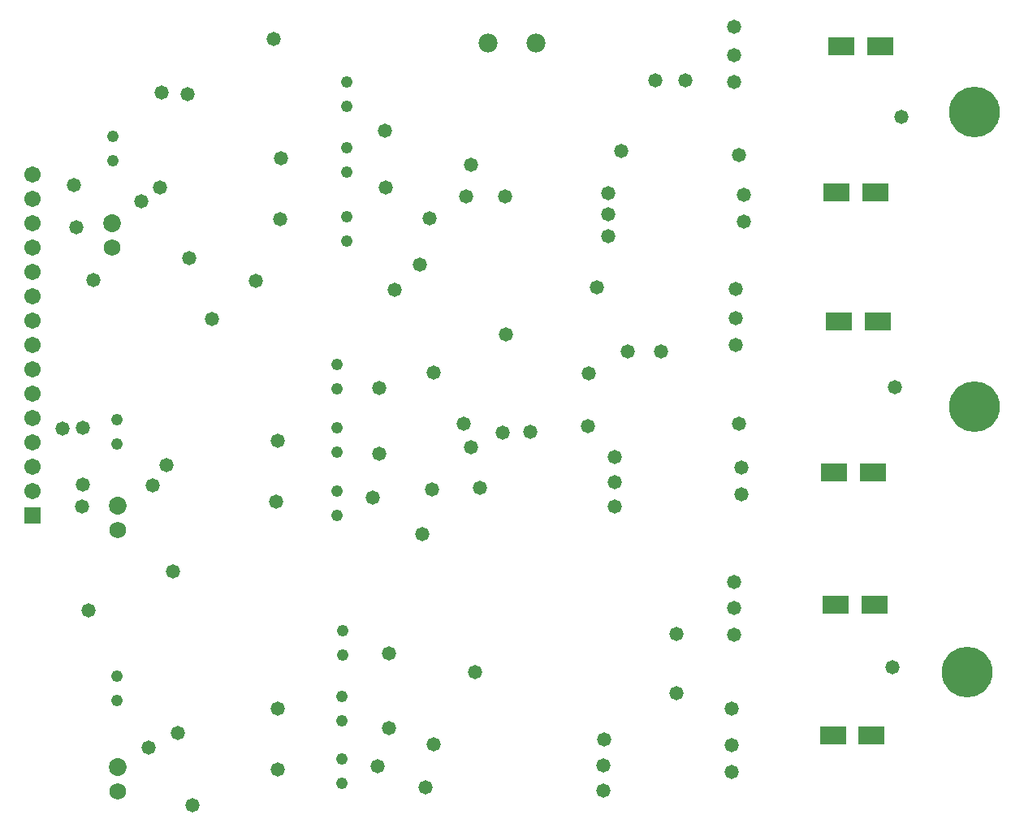
<source format=gbs>
G04*
G04 #@! TF.GenerationSoftware,Altium Limited,Altium Designer,23.10.1 (27)*
G04*
G04 Layer_Color=16711935*
%FSLAX25Y25*%
%MOIN*%
G70*
G04*
G04 #@! TF.SameCoordinates,D58E8A5F-C196-4DC0-9E6E-83BCDBF650AB*
G04*
G04*
G04 #@! TF.FilePolarity,Negative*
G04*
G01*
G75*
%ADD38C,0.04800*%
%ADD39C,0.07800*%
%ADD40C,0.07300*%
%ADD41C,0.06800*%
%ADD42R,0.06706X0.06706*%
%ADD43C,0.06706*%
%ADD44C,0.20800*%
%ADD45C,0.05800*%
%ADD57R,0.10642X0.07493*%
D38*
X146161Y77205D02*
D03*
Y87205D02*
D03*
X146063Y50236D02*
D03*
Y60236D02*
D03*
X148000Y302630D02*
D03*
Y312630D02*
D03*
Y275500D02*
D03*
Y285500D02*
D03*
X52000Y290000D02*
D03*
Y280000D02*
D03*
X148031Y247284D02*
D03*
Y257283D02*
D03*
X144000Y186630D02*
D03*
Y196630D02*
D03*
Y160630D02*
D03*
Y170630D02*
D03*
X53740Y173917D02*
D03*
Y163917D02*
D03*
X144000Y134630D02*
D03*
Y144630D02*
D03*
X53771Y68500D02*
D03*
Y58500D02*
D03*
X146000Y24630D02*
D03*
Y34630D02*
D03*
D39*
X205807Y328543D02*
D03*
X225492D02*
D03*
D40*
X51575Y254429D02*
D03*
X53937Y138504D02*
D03*
X54000Y31130D02*
D03*
D41*
X51575Y244429D02*
D03*
X53937Y128504D02*
D03*
X54000Y21130D02*
D03*
D42*
X19000Y134630D02*
D03*
D43*
Y144630D02*
D03*
Y154630D02*
D03*
Y164630D02*
D03*
Y174630D02*
D03*
Y184630D02*
D03*
Y194630D02*
D03*
Y204630D02*
D03*
Y214630D02*
D03*
Y224630D02*
D03*
Y234630D02*
D03*
Y244630D02*
D03*
Y254630D02*
D03*
Y264630D02*
D03*
Y274630D02*
D03*
D44*
X402500Y70000D02*
D03*
X405500Y179000D02*
D03*
X405512Y300197D02*
D03*
D45*
X163976Y269264D02*
D03*
X158760Y141732D02*
D03*
X223425Y168701D02*
D03*
X211811Y168405D02*
D03*
X213189Y208760D02*
D03*
X199016Y278543D02*
D03*
X197047Y265551D02*
D03*
X212894D02*
D03*
X71260Y269193D02*
D03*
X63681Y263386D02*
D03*
X250492Y228051D02*
D03*
X263287Y201673D02*
D03*
X276870D02*
D03*
X161319Y159646D02*
D03*
X83169Y240059D02*
D03*
X283169Y61319D02*
D03*
X179134Y126673D02*
D03*
X258000Y138000D02*
D03*
X202618Y145787D02*
D03*
X183000Y145000D02*
D03*
X258000Y148000D02*
D03*
X310000Y154000D02*
D03*
X199114Y162598D02*
D03*
X258000Y158500D02*
D03*
X183500Y40500D02*
D03*
X306000Y40000D02*
D03*
Y55000D02*
D03*
X255200Y258000D02*
D03*
X311000Y255000D02*
D03*
Y266000D02*
D03*
X309000Y172000D02*
D03*
X310000Y143000D02*
D03*
X306000Y29000D02*
D03*
X372000Y72000D02*
D03*
X37106Y252953D02*
D03*
X92618Y215256D02*
D03*
X161319Y186811D02*
D03*
X42126Y95472D02*
D03*
X165354Y77953D02*
D03*
X163779Y292520D02*
D03*
X39764Y170374D02*
D03*
X39469Y138287D02*
D03*
X31201Y170079D02*
D03*
X68405Y146752D02*
D03*
X165256Y47047D02*
D03*
X283465Y85925D02*
D03*
X200500Y70000D02*
D03*
X167520Y226969D02*
D03*
X160630Y31299D02*
D03*
X180217Y22736D02*
D03*
X44094Y231201D02*
D03*
X110630Y230807D02*
D03*
X178051Y237303D02*
D03*
X246949Y171063D02*
D03*
X287106Y313189D02*
D03*
X247146Y192717D02*
D03*
X196000Y172000D02*
D03*
X253303Y21339D02*
D03*
X253402Y31772D02*
D03*
X253500Y42500D02*
D03*
X307087Y85630D02*
D03*
Y96457D02*
D03*
Y107283D02*
D03*
X255300Y266800D02*
D03*
X307500Y204500D02*
D03*
Y215500D02*
D03*
Y227500D02*
D03*
X307000Y312500D02*
D03*
Y323500D02*
D03*
Y335000D02*
D03*
X183500Y193000D02*
D03*
X119500Y55000D02*
D03*
X373000Y187000D02*
D03*
X119500Y165000D02*
D03*
X375500Y298000D02*
D03*
X121000Y281000D02*
D03*
X118000Y330000D02*
D03*
X119500Y30000D02*
D03*
X66500Y39000D02*
D03*
X74000Y155000D02*
D03*
X308864Y282628D02*
D03*
X120500Y256000D02*
D03*
X255200Y249000D02*
D03*
X274500Y313000D02*
D03*
X39500Y147000D02*
D03*
X260500Y284000D02*
D03*
X119000Y140000D02*
D03*
X78500Y45000D02*
D03*
X84500Y15500D02*
D03*
X76500Y111500D02*
D03*
X36000Y270000D02*
D03*
X82500Y307500D02*
D03*
X72000Y308000D02*
D03*
X182000Y256500D02*
D03*
D57*
X363874Y152000D02*
D03*
X348126D02*
D03*
X363274Y44200D02*
D03*
X347526D02*
D03*
X364474Y97700D02*
D03*
X348726D02*
D03*
X364874Y267000D02*
D03*
X349126D02*
D03*
X365874Y214000D02*
D03*
X350126D02*
D03*
X366874Y327000D02*
D03*
X351126D02*
D03*
M02*

</source>
